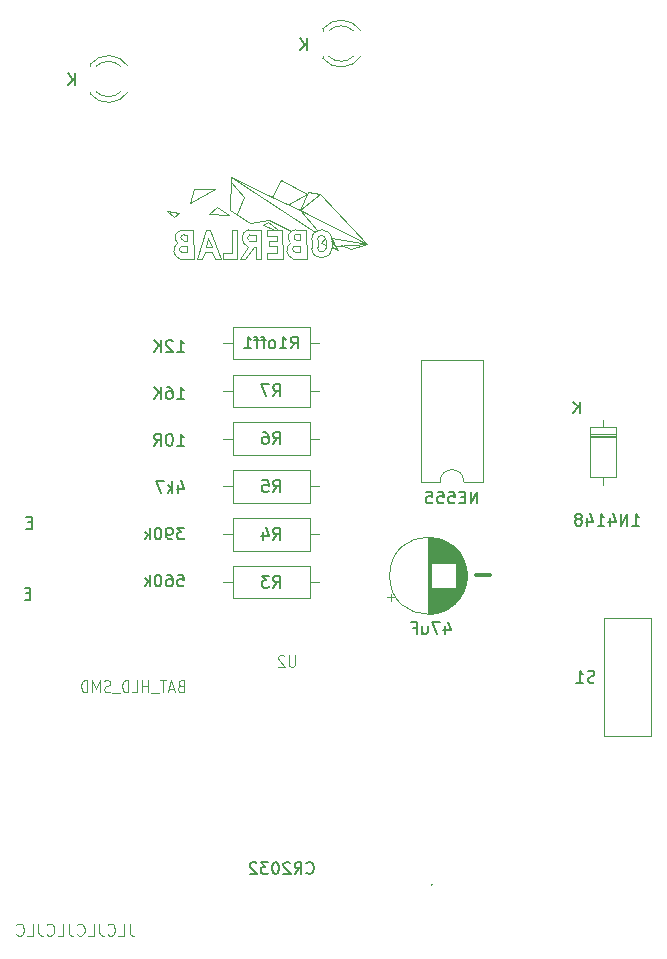
<source format=gbr>
%TF.GenerationSoftware,KiCad,Pcbnew,9.0.6*%
%TF.CreationDate,2025-11-30T13:40:04+01:00*%
%TF.ProjectId,Pinguin,50696e67-7569-46e2-9e6b-696361645f70,rev?*%
%TF.SameCoordinates,Original*%
%TF.FileFunction,Legend,Bot*%
%TF.FilePolarity,Positive*%
%FSLAX46Y46*%
G04 Gerber Fmt 4.6, Leading zero omitted, Abs format (unit mm)*
G04 Created by KiCad (PCBNEW 9.0.6) date 2025-11-30 13:40:04*
%MOMM*%
%LPD*%
G01*
G04 APERTURE LIST*
%ADD10C,0.150000*%
%ADD11C,0.300000*%
%ADD12C,0.100000*%
%ADD13C,0.050000*%
%ADD14C,0.120000*%
%ADD15C,0.010000*%
G04 APERTURE END LIST*
D10*
X85661904Y-68970180D02*
X85661904Y-69970180D01*
X85090476Y-68970180D02*
X85519047Y-69541609D01*
X85090476Y-69970180D02*
X85661904Y-69398752D01*
X105336904Y-66045180D02*
X105336904Y-67045180D01*
X104765476Y-66045180D02*
X105194047Y-66616609D01*
X104765476Y-67045180D02*
X105336904Y-66473752D01*
D11*
X120795489Y-111479400D02*
X119652632Y-111479400D01*
D10*
X105291792Y-136699580D02*
X105339411Y-136747200D01*
X105339411Y-136747200D02*
X105482268Y-136794819D01*
X105482268Y-136794819D02*
X105577506Y-136794819D01*
X105577506Y-136794819D02*
X105720363Y-136747200D01*
X105720363Y-136747200D02*
X105815601Y-136651961D01*
X105815601Y-136651961D02*
X105863220Y-136556723D01*
X105863220Y-136556723D02*
X105910839Y-136366247D01*
X105910839Y-136366247D02*
X105910839Y-136223390D01*
X105910839Y-136223390D02*
X105863220Y-136032914D01*
X105863220Y-136032914D02*
X105815601Y-135937676D01*
X105815601Y-135937676D02*
X105720363Y-135842438D01*
X105720363Y-135842438D02*
X105577506Y-135794819D01*
X105577506Y-135794819D02*
X105482268Y-135794819D01*
X105482268Y-135794819D02*
X105339411Y-135842438D01*
X105339411Y-135842438D02*
X105291792Y-135890057D01*
X104291792Y-136794819D02*
X104625125Y-136318628D01*
X104863220Y-136794819D02*
X104863220Y-135794819D01*
X104863220Y-135794819D02*
X104482268Y-135794819D01*
X104482268Y-135794819D02*
X104387030Y-135842438D01*
X104387030Y-135842438D02*
X104339411Y-135890057D01*
X104339411Y-135890057D02*
X104291792Y-135985295D01*
X104291792Y-135985295D02*
X104291792Y-136128152D01*
X104291792Y-136128152D02*
X104339411Y-136223390D01*
X104339411Y-136223390D02*
X104387030Y-136271009D01*
X104387030Y-136271009D02*
X104482268Y-136318628D01*
X104482268Y-136318628D02*
X104863220Y-136318628D01*
X103910839Y-135890057D02*
X103863220Y-135842438D01*
X103863220Y-135842438D02*
X103767982Y-135794819D01*
X103767982Y-135794819D02*
X103529887Y-135794819D01*
X103529887Y-135794819D02*
X103434649Y-135842438D01*
X103434649Y-135842438D02*
X103387030Y-135890057D01*
X103387030Y-135890057D02*
X103339411Y-135985295D01*
X103339411Y-135985295D02*
X103339411Y-136080533D01*
X103339411Y-136080533D02*
X103387030Y-136223390D01*
X103387030Y-136223390D02*
X103958458Y-136794819D01*
X103958458Y-136794819D02*
X103339411Y-136794819D01*
X102720363Y-135794819D02*
X102625125Y-135794819D01*
X102625125Y-135794819D02*
X102529887Y-135842438D01*
X102529887Y-135842438D02*
X102482268Y-135890057D01*
X102482268Y-135890057D02*
X102434649Y-135985295D01*
X102434649Y-135985295D02*
X102387030Y-136175771D01*
X102387030Y-136175771D02*
X102387030Y-136413866D01*
X102387030Y-136413866D02*
X102434649Y-136604342D01*
X102434649Y-136604342D02*
X102482268Y-136699580D01*
X102482268Y-136699580D02*
X102529887Y-136747200D01*
X102529887Y-136747200D02*
X102625125Y-136794819D01*
X102625125Y-136794819D02*
X102720363Y-136794819D01*
X102720363Y-136794819D02*
X102815601Y-136747200D01*
X102815601Y-136747200D02*
X102863220Y-136699580D01*
X102863220Y-136699580D02*
X102910839Y-136604342D01*
X102910839Y-136604342D02*
X102958458Y-136413866D01*
X102958458Y-136413866D02*
X102958458Y-136175771D01*
X102958458Y-136175771D02*
X102910839Y-135985295D01*
X102910839Y-135985295D02*
X102863220Y-135890057D01*
X102863220Y-135890057D02*
X102815601Y-135842438D01*
X102815601Y-135842438D02*
X102720363Y-135794819D01*
X102053696Y-135794819D02*
X101434649Y-135794819D01*
X101434649Y-135794819D02*
X101767982Y-136175771D01*
X101767982Y-136175771D02*
X101625125Y-136175771D01*
X101625125Y-136175771D02*
X101529887Y-136223390D01*
X101529887Y-136223390D02*
X101482268Y-136271009D01*
X101482268Y-136271009D02*
X101434649Y-136366247D01*
X101434649Y-136366247D02*
X101434649Y-136604342D01*
X101434649Y-136604342D02*
X101482268Y-136699580D01*
X101482268Y-136699580D02*
X101529887Y-136747200D01*
X101529887Y-136747200D02*
X101625125Y-136794819D01*
X101625125Y-136794819D02*
X101910839Y-136794819D01*
X101910839Y-136794819D02*
X102006077Y-136747200D01*
X102006077Y-136747200D02*
X102053696Y-136699580D01*
X101053696Y-135890057D02*
X101006077Y-135842438D01*
X101006077Y-135842438D02*
X100910839Y-135794819D01*
X100910839Y-135794819D02*
X100672744Y-135794819D01*
X100672744Y-135794819D02*
X100577506Y-135842438D01*
X100577506Y-135842438D02*
X100529887Y-135890057D01*
X100529887Y-135890057D02*
X100482268Y-135985295D01*
X100482268Y-135985295D02*
X100482268Y-136080533D01*
X100482268Y-136080533D02*
X100529887Y-136223390D01*
X100529887Y-136223390D02*
X101101315Y-136794819D01*
X101101315Y-136794819D02*
X100482268Y-136794819D01*
X82013220Y-107046009D02*
X81679887Y-107046009D01*
X81537030Y-107569819D02*
X82013220Y-107569819D01*
X82013220Y-107569819D02*
X82013220Y-106569819D01*
X82013220Y-106569819D02*
X81537030Y-106569819D01*
X81913220Y-113046009D02*
X81579887Y-113046009D01*
X81437030Y-113569819D02*
X81913220Y-113569819D01*
X81913220Y-113569819D02*
X81913220Y-112569819D01*
X81913220Y-112569819D02*
X81437030Y-112569819D01*
D12*
X90310401Y-141022419D02*
X90310401Y-141736704D01*
X90310401Y-141736704D02*
X90358020Y-141879561D01*
X90358020Y-141879561D02*
X90453258Y-141974800D01*
X90453258Y-141974800D02*
X90596115Y-142022419D01*
X90596115Y-142022419D02*
X90691353Y-142022419D01*
X89358020Y-142022419D02*
X89834210Y-142022419D01*
X89834210Y-142022419D02*
X89834210Y-141022419D01*
X88453258Y-141927180D02*
X88500877Y-141974800D01*
X88500877Y-141974800D02*
X88643734Y-142022419D01*
X88643734Y-142022419D02*
X88738972Y-142022419D01*
X88738972Y-142022419D02*
X88881829Y-141974800D01*
X88881829Y-141974800D02*
X88977067Y-141879561D01*
X88977067Y-141879561D02*
X89024686Y-141784323D01*
X89024686Y-141784323D02*
X89072305Y-141593847D01*
X89072305Y-141593847D02*
X89072305Y-141450990D01*
X89072305Y-141450990D02*
X89024686Y-141260514D01*
X89024686Y-141260514D02*
X88977067Y-141165276D01*
X88977067Y-141165276D02*
X88881829Y-141070038D01*
X88881829Y-141070038D02*
X88738972Y-141022419D01*
X88738972Y-141022419D02*
X88643734Y-141022419D01*
X88643734Y-141022419D02*
X88500877Y-141070038D01*
X88500877Y-141070038D02*
X88453258Y-141117657D01*
X87738972Y-141022419D02*
X87738972Y-141736704D01*
X87738972Y-141736704D02*
X87786591Y-141879561D01*
X87786591Y-141879561D02*
X87881829Y-141974800D01*
X87881829Y-141974800D02*
X88024686Y-142022419D01*
X88024686Y-142022419D02*
X88119924Y-142022419D01*
X86786591Y-142022419D02*
X87262781Y-142022419D01*
X87262781Y-142022419D02*
X87262781Y-141022419D01*
X85881829Y-141927180D02*
X85929448Y-141974800D01*
X85929448Y-141974800D02*
X86072305Y-142022419D01*
X86072305Y-142022419D02*
X86167543Y-142022419D01*
X86167543Y-142022419D02*
X86310400Y-141974800D01*
X86310400Y-141974800D02*
X86405638Y-141879561D01*
X86405638Y-141879561D02*
X86453257Y-141784323D01*
X86453257Y-141784323D02*
X86500876Y-141593847D01*
X86500876Y-141593847D02*
X86500876Y-141450990D01*
X86500876Y-141450990D02*
X86453257Y-141260514D01*
X86453257Y-141260514D02*
X86405638Y-141165276D01*
X86405638Y-141165276D02*
X86310400Y-141070038D01*
X86310400Y-141070038D02*
X86167543Y-141022419D01*
X86167543Y-141022419D02*
X86072305Y-141022419D01*
X86072305Y-141022419D02*
X85929448Y-141070038D01*
X85929448Y-141070038D02*
X85881829Y-141117657D01*
X85167543Y-141022419D02*
X85167543Y-141736704D01*
X85167543Y-141736704D02*
X85215162Y-141879561D01*
X85215162Y-141879561D02*
X85310400Y-141974800D01*
X85310400Y-141974800D02*
X85453257Y-142022419D01*
X85453257Y-142022419D02*
X85548495Y-142022419D01*
X84215162Y-142022419D02*
X84691352Y-142022419D01*
X84691352Y-142022419D02*
X84691352Y-141022419D01*
X83310400Y-141927180D02*
X83358019Y-141974800D01*
X83358019Y-141974800D02*
X83500876Y-142022419D01*
X83500876Y-142022419D02*
X83596114Y-142022419D01*
X83596114Y-142022419D02*
X83738971Y-141974800D01*
X83738971Y-141974800D02*
X83834209Y-141879561D01*
X83834209Y-141879561D02*
X83881828Y-141784323D01*
X83881828Y-141784323D02*
X83929447Y-141593847D01*
X83929447Y-141593847D02*
X83929447Y-141450990D01*
X83929447Y-141450990D02*
X83881828Y-141260514D01*
X83881828Y-141260514D02*
X83834209Y-141165276D01*
X83834209Y-141165276D02*
X83738971Y-141070038D01*
X83738971Y-141070038D02*
X83596114Y-141022419D01*
X83596114Y-141022419D02*
X83500876Y-141022419D01*
X83500876Y-141022419D02*
X83358019Y-141070038D01*
X83358019Y-141070038D02*
X83310400Y-141117657D01*
X82596114Y-141022419D02*
X82596114Y-141736704D01*
X82596114Y-141736704D02*
X82643733Y-141879561D01*
X82643733Y-141879561D02*
X82738971Y-141974800D01*
X82738971Y-141974800D02*
X82881828Y-142022419D01*
X82881828Y-142022419D02*
X82977066Y-142022419D01*
X81643733Y-142022419D02*
X82119923Y-142022419D01*
X82119923Y-142022419D02*
X82119923Y-141022419D01*
X80738971Y-141927180D02*
X80786590Y-141974800D01*
X80786590Y-141974800D02*
X80929447Y-142022419D01*
X80929447Y-142022419D02*
X81024685Y-142022419D01*
X81024685Y-142022419D02*
X81167542Y-141974800D01*
X81167542Y-141974800D02*
X81262780Y-141879561D01*
X81262780Y-141879561D02*
X81310399Y-141784323D01*
X81310399Y-141784323D02*
X81358018Y-141593847D01*
X81358018Y-141593847D02*
X81358018Y-141450990D01*
X81358018Y-141450990D02*
X81310399Y-141260514D01*
X81310399Y-141260514D02*
X81262780Y-141165276D01*
X81262780Y-141165276D02*
X81167542Y-141070038D01*
X81167542Y-141070038D02*
X81024685Y-141022419D01*
X81024685Y-141022419D02*
X80929447Y-141022419D01*
X80929447Y-141022419D02*
X80786590Y-141070038D01*
X80786590Y-141070038D02*
X80738971Y-141117657D01*
D13*
X104315714Y-118270019D02*
X104315714Y-119079542D01*
X104315714Y-119079542D02*
X104272857Y-119174780D01*
X104272857Y-119174780D02*
X104230000Y-119222400D01*
X104230000Y-119222400D02*
X104144285Y-119270019D01*
X104144285Y-119270019D02*
X103972857Y-119270019D01*
X103972857Y-119270019D02*
X103887142Y-119222400D01*
X103887142Y-119222400D02*
X103844285Y-119174780D01*
X103844285Y-119174780D02*
X103801428Y-119079542D01*
X103801428Y-119079542D02*
X103801428Y-118270019D01*
X103415714Y-118365257D02*
X103372857Y-118317638D01*
X103372857Y-118317638D02*
X103287143Y-118270019D01*
X103287143Y-118270019D02*
X103072857Y-118270019D01*
X103072857Y-118270019D02*
X102987143Y-118317638D01*
X102987143Y-118317638D02*
X102944285Y-118365257D01*
X102944285Y-118365257D02*
X102901428Y-118460495D01*
X102901428Y-118460495D02*
X102901428Y-118555733D01*
X102901428Y-118555733D02*
X102944285Y-118698590D01*
X102944285Y-118698590D02*
X103458571Y-119270019D01*
X103458571Y-119270019D02*
X102901428Y-119270019D01*
X94628570Y-120886209D02*
X94499998Y-120933828D01*
X94499998Y-120933828D02*
X94457141Y-120981447D01*
X94457141Y-120981447D02*
X94414284Y-121076685D01*
X94414284Y-121076685D02*
X94414284Y-121219542D01*
X94414284Y-121219542D02*
X94457141Y-121314780D01*
X94457141Y-121314780D02*
X94499998Y-121362400D01*
X94499998Y-121362400D02*
X94585713Y-121410019D01*
X94585713Y-121410019D02*
X94928570Y-121410019D01*
X94928570Y-121410019D02*
X94928570Y-120410019D01*
X94928570Y-120410019D02*
X94628570Y-120410019D01*
X94628570Y-120410019D02*
X94542856Y-120457638D01*
X94542856Y-120457638D02*
X94499998Y-120505257D01*
X94499998Y-120505257D02*
X94457141Y-120600495D01*
X94457141Y-120600495D02*
X94457141Y-120695733D01*
X94457141Y-120695733D02*
X94499998Y-120790971D01*
X94499998Y-120790971D02*
X94542856Y-120838590D01*
X94542856Y-120838590D02*
X94628570Y-120886209D01*
X94628570Y-120886209D02*
X94928570Y-120886209D01*
X94071427Y-121124304D02*
X93642856Y-121124304D01*
X94157141Y-121410019D02*
X93857141Y-120410019D01*
X93857141Y-120410019D02*
X93557141Y-121410019D01*
X93385712Y-120410019D02*
X92871427Y-120410019D01*
X93128569Y-121410019D02*
X93128569Y-120410019D01*
X92785713Y-121505257D02*
X92099998Y-121505257D01*
X91885713Y-121410019D02*
X91885713Y-120410019D01*
X91885713Y-120886209D02*
X91371427Y-120886209D01*
X91371427Y-121410019D02*
X91371427Y-120410019D01*
X90514284Y-121410019D02*
X90942856Y-121410019D01*
X90942856Y-121410019D02*
X90942856Y-120410019D01*
X90214285Y-121410019D02*
X90214285Y-120410019D01*
X90214285Y-120410019D02*
X89999999Y-120410019D01*
X89999999Y-120410019D02*
X89871428Y-120457638D01*
X89871428Y-120457638D02*
X89785713Y-120552876D01*
X89785713Y-120552876D02*
X89742856Y-120648114D01*
X89742856Y-120648114D02*
X89699999Y-120838590D01*
X89699999Y-120838590D02*
X89699999Y-120981447D01*
X89699999Y-120981447D02*
X89742856Y-121171923D01*
X89742856Y-121171923D02*
X89785713Y-121267161D01*
X89785713Y-121267161D02*
X89871428Y-121362400D01*
X89871428Y-121362400D02*
X89999999Y-121410019D01*
X89999999Y-121410019D02*
X90214285Y-121410019D01*
X89528571Y-121505257D02*
X88842856Y-121505257D01*
X88671428Y-121362400D02*
X88542857Y-121410019D01*
X88542857Y-121410019D02*
X88328571Y-121410019D01*
X88328571Y-121410019D02*
X88242857Y-121362400D01*
X88242857Y-121362400D02*
X88199999Y-121314780D01*
X88199999Y-121314780D02*
X88157142Y-121219542D01*
X88157142Y-121219542D02*
X88157142Y-121124304D01*
X88157142Y-121124304D02*
X88199999Y-121029066D01*
X88199999Y-121029066D02*
X88242857Y-120981447D01*
X88242857Y-120981447D02*
X88328571Y-120933828D01*
X88328571Y-120933828D02*
X88499999Y-120886209D01*
X88499999Y-120886209D02*
X88585714Y-120838590D01*
X88585714Y-120838590D02*
X88628571Y-120790971D01*
X88628571Y-120790971D02*
X88671428Y-120695733D01*
X88671428Y-120695733D02*
X88671428Y-120600495D01*
X88671428Y-120600495D02*
X88628571Y-120505257D01*
X88628571Y-120505257D02*
X88585714Y-120457638D01*
X88585714Y-120457638D02*
X88499999Y-120410019D01*
X88499999Y-120410019D02*
X88285714Y-120410019D01*
X88285714Y-120410019D02*
X88157142Y-120457638D01*
X87771428Y-121410019D02*
X87771428Y-120410019D01*
X87771428Y-120410019D02*
X87471428Y-121124304D01*
X87471428Y-121124304D02*
X87171428Y-120410019D01*
X87171428Y-120410019D02*
X87171428Y-121410019D01*
X86742857Y-121410019D02*
X86742857Y-120410019D01*
X86742857Y-120410019D02*
X86528571Y-120410019D01*
X86528571Y-120410019D02*
X86400000Y-120457638D01*
X86400000Y-120457638D02*
X86314285Y-120552876D01*
X86314285Y-120552876D02*
X86271428Y-120648114D01*
X86271428Y-120648114D02*
X86228571Y-120838590D01*
X86228571Y-120838590D02*
X86228571Y-120981447D01*
X86228571Y-120981447D02*
X86271428Y-121171923D01*
X86271428Y-121171923D02*
X86314285Y-121267161D01*
X86314285Y-121267161D02*
X86400000Y-121362400D01*
X86400000Y-121362400D02*
X86528571Y-121410019D01*
X86528571Y-121410019D02*
X86742857Y-121410019D01*
D10*
X119766666Y-105429819D02*
X119766666Y-104429819D01*
X119766666Y-104429819D02*
X119195238Y-105429819D01*
X119195238Y-105429819D02*
X119195238Y-104429819D01*
X118719047Y-104906009D02*
X118385714Y-104906009D01*
X118242857Y-105429819D02*
X118719047Y-105429819D01*
X118719047Y-105429819D02*
X118719047Y-104429819D01*
X118719047Y-104429819D02*
X118242857Y-104429819D01*
X117338095Y-104429819D02*
X117814285Y-104429819D01*
X117814285Y-104429819D02*
X117861904Y-104906009D01*
X117861904Y-104906009D02*
X117814285Y-104858390D01*
X117814285Y-104858390D02*
X117719047Y-104810771D01*
X117719047Y-104810771D02*
X117480952Y-104810771D01*
X117480952Y-104810771D02*
X117385714Y-104858390D01*
X117385714Y-104858390D02*
X117338095Y-104906009D01*
X117338095Y-104906009D02*
X117290476Y-105001247D01*
X117290476Y-105001247D02*
X117290476Y-105239342D01*
X117290476Y-105239342D02*
X117338095Y-105334580D01*
X117338095Y-105334580D02*
X117385714Y-105382200D01*
X117385714Y-105382200D02*
X117480952Y-105429819D01*
X117480952Y-105429819D02*
X117719047Y-105429819D01*
X117719047Y-105429819D02*
X117814285Y-105382200D01*
X117814285Y-105382200D02*
X117861904Y-105334580D01*
X116385714Y-104429819D02*
X116861904Y-104429819D01*
X116861904Y-104429819D02*
X116909523Y-104906009D01*
X116909523Y-104906009D02*
X116861904Y-104858390D01*
X116861904Y-104858390D02*
X116766666Y-104810771D01*
X116766666Y-104810771D02*
X116528571Y-104810771D01*
X116528571Y-104810771D02*
X116433333Y-104858390D01*
X116433333Y-104858390D02*
X116385714Y-104906009D01*
X116385714Y-104906009D02*
X116338095Y-105001247D01*
X116338095Y-105001247D02*
X116338095Y-105239342D01*
X116338095Y-105239342D02*
X116385714Y-105334580D01*
X116385714Y-105334580D02*
X116433333Y-105382200D01*
X116433333Y-105382200D02*
X116528571Y-105429819D01*
X116528571Y-105429819D02*
X116766666Y-105429819D01*
X116766666Y-105429819D02*
X116861904Y-105382200D01*
X116861904Y-105382200D02*
X116909523Y-105334580D01*
X115433333Y-104429819D02*
X115909523Y-104429819D01*
X115909523Y-104429819D02*
X115957142Y-104906009D01*
X115957142Y-104906009D02*
X115909523Y-104858390D01*
X115909523Y-104858390D02*
X115814285Y-104810771D01*
X115814285Y-104810771D02*
X115576190Y-104810771D01*
X115576190Y-104810771D02*
X115480952Y-104858390D01*
X115480952Y-104858390D02*
X115433333Y-104906009D01*
X115433333Y-104906009D02*
X115385714Y-105001247D01*
X115385714Y-105001247D02*
X115385714Y-105239342D01*
X115385714Y-105239342D02*
X115433333Y-105334580D01*
X115433333Y-105334580D02*
X115480952Y-105382200D01*
X115480952Y-105382200D02*
X115576190Y-105429819D01*
X115576190Y-105429819D02*
X115814285Y-105429819D01*
X115814285Y-105429819D02*
X115909523Y-105382200D01*
X115909523Y-105382200D02*
X115957142Y-105334580D01*
X129661904Y-120557200D02*
X129519047Y-120604819D01*
X129519047Y-120604819D02*
X129280952Y-120604819D01*
X129280952Y-120604819D02*
X129185714Y-120557200D01*
X129185714Y-120557200D02*
X129138095Y-120509580D01*
X129138095Y-120509580D02*
X129090476Y-120414342D01*
X129090476Y-120414342D02*
X129090476Y-120319104D01*
X129090476Y-120319104D02*
X129138095Y-120223866D01*
X129138095Y-120223866D02*
X129185714Y-120176247D01*
X129185714Y-120176247D02*
X129280952Y-120128628D01*
X129280952Y-120128628D02*
X129471428Y-120081009D01*
X129471428Y-120081009D02*
X129566666Y-120033390D01*
X129566666Y-120033390D02*
X129614285Y-119985771D01*
X129614285Y-119985771D02*
X129661904Y-119890533D01*
X129661904Y-119890533D02*
X129661904Y-119795295D01*
X129661904Y-119795295D02*
X129614285Y-119700057D01*
X129614285Y-119700057D02*
X129566666Y-119652438D01*
X129566666Y-119652438D02*
X129471428Y-119604819D01*
X129471428Y-119604819D02*
X129233333Y-119604819D01*
X129233333Y-119604819D02*
X129090476Y-119652438D01*
X128138095Y-120604819D02*
X128709523Y-120604819D01*
X128423809Y-120604819D02*
X128423809Y-119604819D01*
X128423809Y-119604819D02*
X128519047Y-119747676D01*
X128519047Y-119747676D02*
X128614285Y-119842914D01*
X128614285Y-119842914D02*
X128709523Y-119890533D01*
X102466666Y-96354819D02*
X102799999Y-95878628D01*
X103038094Y-96354819D02*
X103038094Y-95354819D01*
X103038094Y-95354819D02*
X102657142Y-95354819D01*
X102657142Y-95354819D02*
X102561904Y-95402438D01*
X102561904Y-95402438D02*
X102514285Y-95450057D01*
X102514285Y-95450057D02*
X102466666Y-95545295D01*
X102466666Y-95545295D02*
X102466666Y-95688152D01*
X102466666Y-95688152D02*
X102514285Y-95783390D01*
X102514285Y-95783390D02*
X102561904Y-95831009D01*
X102561904Y-95831009D02*
X102657142Y-95878628D01*
X102657142Y-95878628D02*
X103038094Y-95878628D01*
X102133332Y-95354819D02*
X101466666Y-95354819D01*
X101466666Y-95354819D02*
X101895237Y-96354819D01*
X94340476Y-96574819D02*
X94911904Y-96574819D01*
X94626190Y-96574819D02*
X94626190Y-95574819D01*
X94626190Y-95574819D02*
X94721428Y-95717676D01*
X94721428Y-95717676D02*
X94816666Y-95812914D01*
X94816666Y-95812914D02*
X94911904Y-95860533D01*
X93483333Y-95574819D02*
X93673809Y-95574819D01*
X93673809Y-95574819D02*
X93769047Y-95622438D01*
X93769047Y-95622438D02*
X93816666Y-95670057D01*
X93816666Y-95670057D02*
X93911904Y-95812914D01*
X93911904Y-95812914D02*
X93959523Y-96003390D01*
X93959523Y-96003390D02*
X93959523Y-96384342D01*
X93959523Y-96384342D02*
X93911904Y-96479580D01*
X93911904Y-96479580D02*
X93864285Y-96527200D01*
X93864285Y-96527200D02*
X93769047Y-96574819D01*
X93769047Y-96574819D02*
X93578571Y-96574819D01*
X93578571Y-96574819D02*
X93483333Y-96527200D01*
X93483333Y-96527200D02*
X93435714Y-96479580D01*
X93435714Y-96479580D02*
X93388095Y-96384342D01*
X93388095Y-96384342D02*
X93388095Y-96146247D01*
X93388095Y-96146247D02*
X93435714Y-96051009D01*
X93435714Y-96051009D02*
X93483333Y-96003390D01*
X93483333Y-96003390D02*
X93578571Y-95955771D01*
X93578571Y-95955771D02*
X93769047Y-95955771D01*
X93769047Y-95955771D02*
X93864285Y-96003390D01*
X93864285Y-96003390D02*
X93911904Y-96051009D01*
X93911904Y-96051009D02*
X93959523Y-96146247D01*
X92959523Y-96574819D02*
X92959523Y-95574819D01*
X92388095Y-96574819D02*
X92816666Y-96003390D01*
X92388095Y-95574819D02*
X92959523Y-96146247D01*
X102466666Y-100404819D02*
X102799999Y-99928628D01*
X103038094Y-100404819D02*
X103038094Y-99404819D01*
X103038094Y-99404819D02*
X102657142Y-99404819D01*
X102657142Y-99404819D02*
X102561904Y-99452438D01*
X102561904Y-99452438D02*
X102514285Y-99500057D01*
X102514285Y-99500057D02*
X102466666Y-99595295D01*
X102466666Y-99595295D02*
X102466666Y-99738152D01*
X102466666Y-99738152D02*
X102514285Y-99833390D01*
X102514285Y-99833390D02*
X102561904Y-99881009D01*
X102561904Y-99881009D02*
X102657142Y-99928628D01*
X102657142Y-99928628D02*
X103038094Y-99928628D01*
X101609523Y-99404819D02*
X101799999Y-99404819D01*
X101799999Y-99404819D02*
X101895237Y-99452438D01*
X101895237Y-99452438D02*
X101942856Y-99500057D01*
X101942856Y-99500057D02*
X102038094Y-99642914D01*
X102038094Y-99642914D02*
X102085713Y-99833390D01*
X102085713Y-99833390D02*
X102085713Y-100214342D01*
X102085713Y-100214342D02*
X102038094Y-100309580D01*
X102038094Y-100309580D02*
X101990475Y-100357200D01*
X101990475Y-100357200D02*
X101895237Y-100404819D01*
X101895237Y-100404819D02*
X101704761Y-100404819D01*
X101704761Y-100404819D02*
X101609523Y-100357200D01*
X101609523Y-100357200D02*
X101561904Y-100309580D01*
X101561904Y-100309580D02*
X101514285Y-100214342D01*
X101514285Y-100214342D02*
X101514285Y-99976247D01*
X101514285Y-99976247D02*
X101561904Y-99881009D01*
X101561904Y-99881009D02*
X101609523Y-99833390D01*
X101609523Y-99833390D02*
X101704761Y-99785771D01*
X101704761Y-99785771D02*
X101895237Y-99785771D01*
X101895237Y-99785771D02*
X101990475Y-99833390D01*
X101990475Y-99833390D02*
X102038094Y-99881009D01*
X102038094Y-99881009D02*
X102085713Y-99976247D01*
X94340476Y-100544819D02*
X94911904Y-100544819D01*
X94626190Y-100544819D02*
X94626190Y-99544819D01*
X94626190Y-99544819D02*
X94721428Y-99687676D01*
X94721428Y-99687676D02*
X94816666Y-99782914D01*
X94816666Y-99782914D02*
X94911904Y-99830533D01*
X93721428Y-99544819D02*
X93626190Y-99544819D01*
X93626190Y-99544819D02*
X93530952Y-99592438D01*
X93530952Y-99592438D02*
X93483333Y-99640057D01*
X93483333Y-99640057D02*
X93435714Y-99735295D01*
X93435714Y-99735295D02*
X93388095Y-99925771D01*
X93388095Y-99925771D02*
X93388095Y-100163866D01*
X93388095Y-100163866D02*
X93435714Y-100354342D01*
X93435714Y-100354342D02*
X93483333Y-100449580D01*
X93483333Y-100449580D02*
X93530952Y-100497200D01*
X93530952Y-100497200D02*
X93626190Y-100544819D01*
X93626190Y-100544819D02*
X93721428Y-100544819D01*
X93721428Y-100544819D02*
X93816666Y-100497200D01*
X93816666Y-100497200D02*
X93864285Y-100449580D01*
X93864285Y-100449580D02*
X93911904Y-100354342D01*
X93911904Y-100354342D02*
X93959523Y-100163866D01*
X93959523Y-100163866D02*
X93959523Y-99925771D01*
X93959523Y-99925771D02*
X93911904Y-99735295D01*
X93911904Y-99735295D02*
X93864285Y-99640057D01*
X93864285Y-99640057D02*
X93816666Y-99592438D01*
X93816666Y-99592438D02*
X93721428Y-99544819D01*
X92388095Y-100544819D02*
X92721428Y-100068628D01*
X92959523Y-100544819D02*
X92959523Y-99544819D01*
X92959523Y-99544819D02*
X92578571Y-99544819D01*
X92578571Y-99544819D02*
X92483333Y-99592438D01*
X92483333Y-99592438D02*
X92435714Y-99640057D01*
X92435714Y-99640057D02*
X92388095Y-99735295D01*
X92388095Y-99735295D02*
X92388095Y-99878152D01*
X92388095Y-99878152D02*
X92435714Y-99973390D01*
X92435714Y-99973390D02*
X92483333Y-100021009D01*
X92483333Y-100021009D02*
X92578571Y-100068628D01*
X92578571Y-100068628D02*
X92959523Y-100068628D01*
X102466666Y-104454819D02*
X102799999Y-103978628D01*
X103038094Y-104454819D02*
X103038094Y-103454819D01*
X103038094Y-103454819D02*
X102657142Y-103454819D01*
X102657142Y-103454819D02*
X102561904Y-103502438D01*
X102561904Y-103502438D02*
X102514285Y-103550057D01*
X102514285Y-103550057D02*
X102466666Y-103645295D01*
X102466666Y-103645295D02*
X102466666Y-103788152D01*
X102466666Y-103788152D02*
X102514285Y-103883390D01*
X102514285Y-103883390D02*
X102561904Y-103931009D01*
X102561904Y-103931009D02*
X102657142Y-103978628D01*
X102657142Y-103978628D02*
X103038094Y-103978628D01*
X101561904Y-103454819D02*
X102038094Y-103454819D01*
X102038094Y-103454819D02*
X102085713Y-103931009D01*
X102085713Y-103931009D02*
X102038094Y-103883390D01*
X102038094Y-103883390D02*
X101942856Y-103835771D01*
X101942856Y-103835771D02*
X101704761Y-103835771D01*
X101704761Y-103835771D02*
X101609523Y-103883390D01*
X101609523Y-103883390D02*
X101561904Y-103931009D01*
X101561904Y-103931009D02*
X101514285Y-104026247D01*
X101514285Y-104026247D02*
X101514285Y-104264342D01*
X101514285Y-104264342D02*
X101561904Y-104359580D01*
X101561904Y-104359580D02*
X101609523Y-104407200D01*
X101609523Y-104407200D02*
X101704761Y-104454819D01*
X101704761Y-104454819D02*
X101942856Y-104454819D01*
X101942856Y-104454819D02*
X102038094Y-104407200D01*
X102038094Y-104407200D02*
X102085713Y-104359580D01*
X94435714Y-103848152D02*
X94435714Y-104514819D01*
X94673809Y-103467200D02*
X94911904Y-104181485D01*
X94911904Y-104181485D02*
X94292857Y-104181485D01*
X93911904Y-104514819D02*
X93911904Y-103514819D01*
X93816666Y-104133866D02*
X93530952Y-104514819D01*
X93530952Y-103848152D02*
X93911904Y-104229104D01*
X93197618Y-103514819D02*
X92530952Y-103514819D01*
X92530952Y-103514819D02*
X92959523Y-104514819D01*
X102466666Y-108504819D02*
X102799999Y-108028628D01*
X103038094Y-108504819D02*
X103038094Y-107504819D01*
X103038094Y-107504819D02*
X102657142Y-107504819D01*
X102657142Y-107504819D02*
X102561904Y-107552438D01*
X102561904Y-107552438D02*
X102514285Y-107600057D01*
X102514285Y-107600057D02*
X102466666Y-107695295D01*
X102466666Y-107695295D02*
X102466666Y-107838152D01*
X102466666Y-107838152D02*
X102514285Y-107933390D01*
X102514285Y-107933390D02*
X102561904Y-107981009D01*
X102561904Y-107981009D02*
X102657142Y-108028628D01*
X102657142Y-108028628D02*
X103038094Y-108028628D01*
X101609523Y-107838152D02*
X101609523Y-108504819D01*
X101847618Y-107457200D02*
X102085713Y-108171485D01*
X102085713Y-108171485D02*
X101466666Y-108171485D01*
X94959522Y-107484819D02*
X94340475Y-107484819D01*
X94340475Y-107484819D02*
X94673808Y-107865771D01*
X94673808Y-107865771D02*
X94530951Y-107865771D01*
X94530951Y-107865771D02*
X94435713Y-107913390D01*
X94435713Y-107913390D02*
X94388094Y-107961009D01*
X94388094Y-107961009D02*
X94340475Y-108056247D01*
X94340475Y-108056247D02*
X94340475Y-108294342D01*
X94340475Y-108294342D02*
X94388094Y-108389580D01*
X94388094Y-108389580D02*
X94435713Y-108437200D01*
X94435713Y-108437200D02*
X94530951Y-108484819D01*
X94530951Y-108484819D02*
X94816665Y-108484819D01*
X94816665Y-108484819D02*
X94911903Y-108437200D01*
X94911903Y-108437200D02*
X94959522Y-108389580D01*
X93864284Y-108484819D02*
X93673808Y-108484819D01*
X93673808Y-108484819D02*
X93578570Y-108437200D01*
X93578570Y-108437200D02*
X93530951Y-108389580D01*
X93530951Y-108389580D02*
X93435713Y-108246723D01*
X93435713Y-108246723D02*
X93388094Y-108056247D01*
X93388094Y-108056247D02*
X93388094Y-107675295D01*
X93388094Y-107675295D02*
X93435713Y-107580057D01*
X93435713Y-107580057D02*
X93483332Y-107532438D01*
X93483332Y-107532438D02*
X93578570Y-107484819D01*
X93578570Y-107484819D02*
X93769046Y-107484819D01*
X93769046Y-107484819D02*
X93864284Y-107532438D01*
X93864284Y-107532438D02*
X93911903Y-107580057D01*
X93911903Y-107580057D02*
X93959522Y-107675295D01*
X93959522Y-107675295D02*
X93959522Y-107913390D01*
X93959522Y-107913390D02*
X93911903Y-108008628D01*
X93911903Y-108008628D02*
X93864284Y-108056247D01*
X93864284Y-108056247D02*
X93769046Y-108103866D01*
X93769046Y-108103866D02*
X93578570Y-108103866D01*
X93578570Y-108103866D02*
X93483332Y-108056247D01*
X93483332Y-108056247D02*
X93435713Y-108008628D01*
X93435713Y-108008628D02*
X93388094Y-107913390D01*
X92769046Y-107484819D02*
X92673808Y-107484819D01*
X92673808Y-107484819D02*
X92578570Y-107532438D01*
X92578570Y-107532438D02*
X92530951Y-107580057D01*
X92530951Y-107580057D02*
X92483332Y-107675295D01*
X92483332Y-107675295D02*
X92435713Y-107865771D01*
X92435713Y-107865771D02*
X92435713Y-108103866D01*
X92435713Y-108103866D02*
X92483332Y-108294342D01*
X92483332Y-108294342D02*
X92530951Y-108389580D01*
X92530951Y-108389580D02*
X92578570Y-108437200D01*
X92578570Y-108437200D02*
X92673808Y-108484819D01*
X92673808Y-108484819D02*
X92769046Y-108484819D01*
X92769046Y-108484819D02*
X92864284Y-108437200D01*
X92864284Y-108437200D02*
X92911903Y-108389580D01*
X92911903Y-108389580D02*
X92959522Y-108294342D01*
X92959522Y-108294342D02*
X93007141Y-108103866D01*
X93007141Y-108103866D02*
X93007141Y-107865771D01*
X93007141Y-107865771D02*
X92959522Y-107675295D01*
X92959522Y-107675295D02*
X92911903Y-107580057D01*
X92911903Y-107580057D02*
X92864284Y-107532438D01*
X92864284Y-107532438D02*
X92769046Y-107484819D01*
X92007141Y-108484819D02*
X92007141Y-107484819D01*
X91911903Y-108103866D02*
X91626189Y-108484819D01*
X91626189Y-107818152D02*
X92007141Y-108199104D01*
X102466666Y-112554819D02*
X102799999Y-112078628D01*
X103038094Y-112554819D02*
X103038094Y-111554819D01*
X103038094Y-111554819D02*
X102657142Y-111554819D01*
X102657142Y-111554819D02*
X102561904Y-111602438D01*
X102561904Y-111602438D02*
X102514285Y-111650057D01*
X102514285Y-111650057D02*
X102466666Y-111745295D01*
X102466666Y-111745295D02*
X102466666Y-111888152D01*
X102466666Y-111888152D02*
X102514285Y-111983390D01*
X102514285Y-111983390D02*
X102561904Y-112031009D01*
X102561904Y-112031009D02*
X102657142Y-112078628D01*
X102657142Y-112078628D02*
X103038094Y-112078628D01*
X102133332Y-111554819D02*
X101514285Y-111554819D01*
X101514285Y-111554819D02*
X101847618Y-111935771D01*
X101847618Y-111935771D02*
X101704761Y-111935771D01*
X101704761Y-111935771D02*
X101609523Y-111983390D01*
X101609523Y-111983390D02*
X101561904Y-112031009D01*
X101561904Y-112031009D02*
X101514285Y-112126247D01*
X101514285Y-112126247D02*
X101514285Y-112364342D01*
X101514285Y-112364342D02*
X101561904Y-112459580D01*
X101561904Y-112459580D02*
X101609523Y-112507200D01*
X101609523Y-112507200D02*
X101704761Y-112554819D01*
X101704761Y-112554819D02*
X101990475Y-112554819D01*
X101990475Y-112554819D02*
X102085713Y-112507200D01*
X102085713Y-112507200D02*
X102133332Y-112459580D01*
X94388094Y-111454819D02*
X94864284Y-111454819D01*
X94864284Y-111454819D02*
X94911903Y-111931009D01*
X94911903Y-111931009D02*
X94864284Y-111883390D01*
X94864284Y-111883390D02*
X94769046Y-111835771D01*
X94769046Y-111835771D02*
X94530951Y-111835771D01*
X94530951Y-111835771D02*
X94435713Y-111883390D01*
X94435713Y-111883390D02*
X94388094Y-111931009D01*
X94388094Y-111931009D02*
X94340475Y-112026247D01*
X94340475Y-112026247D02*
X94340475Y-112264342D01*
X94340475Y-112264342D02*
X94388094Y-112359580D01*
X94388094Y-112359580D02*
X94435713Y-112407200D01*
X94435713Y-112407200D02*
X94530951Y-112454819D01*
X94530951Y-112454819D02*
X94769046Y-112454819D01*
X94769046Y-112454819D02*
X94864284Y-112407200D01*
X94864284Y-112407200D02*
X94911903Y-112359580D01*
X93483332Y-111454819D02*
X93673808Y-111454819D01*
X93673808Y-111454819D02*
X93769046Y-111502438D01*
X93769046Y-111502438D02*
X93816665Y-111550057D01*
X93816665Y-111550057D02*
X93911903Y-111692914D01*
X93911903Y-111692914D02*
X93959522Y-111883390D01*
X93959522Y-111883390D02*
X93959522Y-112264342D01*
X93959522Y-112264342D02*
X93911903Y-112359580D01*
X93911903Y-112359580D02*
X93864284Y-112407200D01*
X93864284Y-112407200D02*
X93769046Y-112454819D01*
X93769046Y-112454819D02*
X93578570Y-112454819D01*
X93578570Y-112454819D02*
X93483332Y-112407200D01*
X93483332Y-112407200D02*
X93435713Y-112359580D01*
X93435713Y-112359580D02*
X93388094Y-112264342D01*
X93388094Y-112264342D02*
X93388094Y-112026247D01*
X93388094Y-112026247D02*
X93435713Y-111931009D01*
X93435713Y-111931009D02*
X93483332Y-111883390D01*
X93483332Y-111883390D02*
X93578570Y-111835771D01*
X93578570Y-111835771D02*
X93769046Y-111835771D01*
X93769046Y-111835771D02*
X93864284Y-111883390D01*
X93864284Y-111883390D02*
X93911903Y-111931009D01*
X93911903Y-111931009D02*
X93959522Y-112026247D01*
X92769046Y-111454819D02*
X92673808Y-111454819D01*
X92673808Y-111454819D02*
X92578570Y-111502438D01*
X92578570Y-111502438D02*
X92530951Y-111550057D01*
X92530951Y-111550057D02*
X92483332Y-111645295D01*
X92483332Y-111645295D02*
X92435713Y-111835771D01*
X92435713Y-111835771D02*
X92435713Y-112073866D01*
X92435713Y-112073866D02*
X92483332Y-112264342D01*
X92483332Y-112264342D02*
X92530951Y-112359580D01*
X92530951Y-112359580D02*
X92578570Y-112407200D01*
X92578570Y-112407200D02*
X92673808Y-112454819D01*
X92673808Y-112454819D02*
X92769046Y-112454819D01*
X92769046Y-112454819D02*
X92864284Y-112407200D01*
X92864284Y-112407200D02*
X92911903Y-112359580D01*
X92911903Y-112359580D02*
X92959522Y-112264342D01*
X92959522Y-112264342D02*
X93007141Y-112073866D01*
X93007141Y-112073866D02*
X93007141Y-111835771D01*
X93007141Y-111835771D02*
X92959522Y-111645295D01*
X92959522Y-111645295D02*
X92911903Y-111550057D01*
X92911903Y-111550057D02*
X92864284Y-111502438D01*
X92864284Y-111502438D02*
X92769046Y-111454819D01*
X92007141Y-112454819D02*
X92007141Y-111454819D01*
X91911903Y-112073866D02*
X91626189Y-112454819D01*
X91626189Y-111788152D02*
X92007141Y-112169104D01*
X103966667Y-92304819D02*
X104300000Y-91828628D01*
X104538095Y-92304819D02*
X104538095Y-91304819D01*
X104538095Y-91304819D02*
X104157143Y-91304819D01*
X104157143Y-91304819D02*
X104061905Y-91352438D01*
X104061905Y-91352438D02*
X104014286Y-91400057D01*
X104014286Y-91400057D02*
X103966667Y-91495295D01*
X103966667Y-91495295D02*
X103966667Y-91638152D01*
X103966667Y-91638152D02*
X104014286Y-91733390D01*
X104014286Y-91733390D02*
X104061905Y-91781009D01*
X104061905Y-91781009D02*
X104157143Y-91828628D01*
X104157143Y-91828628D02*
X104538095Y-91828628D01*
X103014286Y-92304819D02*
X103585714Y-92304819D01*
X103300000Y-92304819D02*
X103300000Y-91304819D01*
X103300000Y-91304819D02*
X103395238Y-91447676D01*
X103395238Y-91447676D02*
X103490476Y-91542914D01*
X103490476Y-91542914D02*
X103585714Y-91590533D01*
X102442857Y-92304819D02*
X102538095Y-92257200D01*
X102538095Y-92257200D02*
X102585714Y-92209580D01*
X102585714Y-92209580D02*
X102633333Y-92114342D01*
X102633333Y-92114342D02*
X102633333Y-91828628D01*
X102633333Y-91828628D02*
X102585714Y-91733390D01*
X102585714Y-91733390D02*
X102538095Y-91685771D01*
X102538095Y-91685771D02*
X102442857Y-91638152D01*
X102442857Y-91638152D02*
X102300000Y-91638152D01*
X102300000Y-91638152D02*
X102204762Y-91685771D01*
X102204762Y-91685771D02*
X102157143Y-91733390D01*
X102157143Y-91733390D02*
X102109524Y-91828628D01*
X102109524Y-91828628D02*
X102109524Y-92114342D01*
X102109524Y-92114342D02*
X102157143Y-92209580D01*
X102157143Y-92209580D02*
X102204762Y-92257200D01*
X102204762Y-92257200D02*
X102300000Y-92304819D01*
X102300000Y-92304819D02*
X102442857Y-92304819D01*
X101823809Y-91638152D02*
X101442857Y-91638152D01*
X101680952Y-92304819D02*
X101680952Y-91447676D01*
X101680952Y-91447676D02*
X101633333Y-91352438D01*
X101633333Y-91352438D02*
X101538095Y-91304819D01*
X101538095Y-91304819D02*
X101442857Y-91304819D01*
X101252380Y-91638152D02*
X100871428Y-91638152D01*
X101109523Y-92304819D02*
X101109523Y-91447676D01*
X101109523Y-91447676D02*
X101061904Y-91352438D01*
X101061904Y-91352438D02*
X100966666Y-91304819D01*
X100966666Y-91304819D02*
X100871428Y-91304819D01*
X100014285Y-92304819D02*
X100585713Y-92304819D01*
X100299999Y-92304819D02*
X100299999Y-91304819D01*
X100299999Y-91304819D02*
X100395237Y-91447676D01*
X100395237Y-91447676D02*
X100490475Y-91542914D01*
X100490475Y-91542914D02*
X100585713Y-91590533D01*
X94340476Y-92604819D02*
X94911904Y-92604819D01*
X94626190Y-92604819D02*
X94626190Y-91604819D01*
X94626190Y-91604819D02*
X94721428Y-91747676D01*
X94721428Y-91747676D02*
X94816666Y-91842914D01*
X94816666Y-91842914D02*
X94911904Y-91890533D01*
X93959523Y-91700057D02*
X93911904Y-91652438D01*
X93911904Y-91652438D02*
X93816666Y-91604819D01*
X93816666Y-91604819D02*
X93578571Y-91604819D01*
X93578571Y-91604819D02*
X93483333Y-91652438D01*
X93483333Y-91652438D02*
X93435714Y-91700057D01*
X93435714Y-91700057D02*
X93388095Y-91795295D01*
X93388095Y-91795295D02*
X93388095Y-91890533D01*
X93388095Y-91890533D02*
X93435714Y-92033390D01*
X93435714Y-92033390D02*
X94007142Y-92604819D01*
X94007142Y-92604819D02*
X93388095Y-92604819D01*
X92959523Y-92604819D02*
X92959523Y-91604819D01*
X92388095Y-92604819D02*
X92816666Y-92033390D01*
X92388095Y-91604819D02*
X92959523Y-92176247D01*
X132892857Y-107304819D02*
X133464285Y-107304819D01*
X133178571Y-107304819D02*
X133178571Y-106304819D01*
X133178571Y-106304819D02*
X133273809Y-106447676D01*
X133273809Y-106447676D02*
X133369047Y-106542914D01*
X133369047Y-106542914D02*
X133464285Y-106590533D01*
X132464285Y-107304819D02*
X132464285Y-106304819D01*
X132464285Y-106304819D02*
X131892857Y-107304819D01*
X131892857Y-107304819D02*
X131892857Y-106304819D01*
X130988095Y-106638152D02*
X130988095Y-107304819D01*
X131226190Y-106257200D02*
X131464285Y-106971485D01*
X131464285Y-106971485D02*
X130845238Y-106971485D01*
X129940476Y-107304819D02*
X130511904Y-107304819D01*
X130226190Y-107304819D02*
X130226190Y-106304819D01*
X130226190Y-106304819D02*
X130321428Y-106447676D01*
X130321428Y-106447676D02*
X130416666Y-106542914D01*
X130416666Y-106542914D02*
X130511904Y-106590533D01*
X129083333Y-106638152D02*
X129083333Y-107304819D01*
X129321428Y-106257200D02*
X129559523Y-106971485D01*
X129559523Y-106971485D02*
X128940476Y-106971485D01*
X128416666Y-106733390D02*
X128511904Y-106685771D01*
X128511904Y-106685771D02*
X128559523Y-106638152D01*
X128559523Y-106638152D02*
X128607142Y-106542914D01*
X128607142Y-106542914D02*
X128607142Y-106495295D01*
X128607142Y-106495295D02*
X128559523Y-106400057D01*
X128559523Y-106400057D02*
X128511904Y-106352438D01*
X128511904Y-106352438D02*
X128416666Y-106304819D01*
X128416666Y-106304819D02*
X128226190Y-106304819D01*
X128226190Y-106304819D02*
X128130952Y-106352438D01*
X128130952Y-106352438D02*
X128083333Y-106400057D01*
X128083333Y-106400057D02*
X128035714Y-106495295D01*
X128035714Y-106495295D02*
X128035714Y-106542914D01*
X128035714Y-106542914D02*
X128083333Y-106638152D01*
X128083333Y-106638152D02*
X128130952Y-106685771D01*
X128130952Y-106685771D02*
X128226190Y-106733390D01*
X128226190Y-106733390D02*
X128416666Y-106733390D01*
X128416666Y-106733390D02*
X128511904Y-106781009D01*
X128511904Y-106781009D02*
X128559523Y-106828628D01*
X128559523Y-106828628D02*
X128607142Y-106923866D01*
X128607142Y-106923866D02*
X128607142Y-107114342D01*
X128607142Y-107114342D02*
X128559523Y-107209580D01*
X128559523Y-107209580D02*
X128511904Y-107257200D01*
X128511904Y-107257200D02*
X128416666Y-107304819D01*
X128416666Y-107304819D02*
X128226190Y-107304819D01*
X128226190Y-107304819D02*
X128130952Y-107257200D01*
X128130952Y-107257200D02*
X128083333Y-107209580D01*
X128083333Y-107209580D02*
X128035714Y-107114342D01*
X128035714Y-107114342D02*
X128035714Y-106923866D01*
X128035714Y-106923866D02*
X128083333Y-106828628D01*
X128083333Y-106828628D02*
X128130952Y-106781009D01*
X128130952Y-106781009D02*
X128226190Y-106733390D01*
X128436904Y-97804819D02*
X128436904Y-96804819D01*
X127865476Y-97804819D02*
X128294047Y-97233390D01*
X127865476Y-96804819D02*
X128436904Y-97376247D01*
X117016666Y-115813152D02*
X117016666Y-116479819D01*
X117254761Y-115432200D02*
X117492856Y-116146485D01*
X117492856Y-116146485D02*
X116873809Y-116146485D01*
X116588094Y-115479819D02*
X115921428Y-115479819D01*
X115921428Y-115479819D02*
X116349999Y-116479819D01*
X115111904Y-115813152D02*
X115111904Y-116479819D01*
X115540475Y-115813152D02*
X115540475Y-116336961D01*
X115540475Y-116336961D02*
X115492856Y-116432200D01*
X115492856Y-116432200D02*
X115397618Y-116479819D01*
X115397618Y-116479819D02*
X115254761Y-116479819D01*
X115254761Y-116479819D02*
X115159523Y-116432200D01*
X115159523Y-116432200D02*
X115111904Y-116384580D01*
X114302380Y-115956009D02*
X114635713Y-115956009D01*
X114635713Y-116479819D02*
X114635713Y-115479819D01*
X114635713Y-115479819D02*
X114159523Y-115479819D01*
D13*
%TO.C,G\u002A\u002A\u002A*%
X103150000Y-78025000D02*
X105350000Y-79200000D01*
X105350000Y-79200000D02*
X103775000Y-80100000D01*
X110375000Y-83450000D02*
X109050000Y-83925000D01*
X107475000Y-82975000D02*
X107700000Y-83600000D01*
X107700000Y-83600000D02*
X110375000Y-83450000D01*
X102150000Y-81450000D02*
X103975000Y-82350000D01*
X100475000Y-81675000D02*
X102150000Y-81450000D01*
X98850000Y-80550000D02*
X100475000Y-81675000D01*
X110375000Y-83450000D02*
X106475000Y-79275000D01*
X110375000Y-83450000D02*
X107475000Y-82975000D01*
D14*
X100525000Y-82700000D02*
X100975000Y-82700000D01*
D13*
X102025000Y-81625000D02*
X101625000Y-81900000D01*
X102800000Y-82225000D02*
X102025000Y-81625000D01*
D14*
X101475000Y-82250000D02*
X101475000Y-84700000D01*
X104775000Y-84150000D02*
X104325000Y-84150000D01*
X105275000Y-82250000D02*
X105325000Y-84700000D01*
D13*
X106475000Y-79275000D02*
X105450000Y-79025000D01*
X94050000Y-81175000D02*
X94475000Y-80850000D01*
D14*
X104775000Y-83650000D02*
X104775000Y-84150000D01*
D13*
X93475000Y-80700000D02*
X94050000Y-81175000D01*
D14*
X100125000Y-84700000D02*
X99725000Y-84700000D01*
X101925000Y-84700000D02*
X101925000Y-84200000D01*
X101025000Y-83750000D02*
X100875000Y-83750000D01*
X101475000Y-84700000D02*
X101025000Y-84700000D01*
D13*
X102400000Y-79450000D02*
X98925000Y-77825000D01*
X97700000Y-80325000D02*
X97000000Y-80900000D01*
X102400000Y-79450000D02*
X104725000Y-80600000D01*
X98925000Y-77825000D02*
X98850000Y-80550000D01*
D14*
X95200000Y-84175000D02*
X94750000Y-84175000D01*
X99625000Y-84700000D02*
X100325000Y-83750000D01*
X100975000Y-82700000D02*
X100975000Y-83250000D01*
X95200000Y-83175000D02*
X94900000Y-83175000D01*
D13*
X95775000Y-78800000D02*
X97575000Y-78850000D01*
X106550000Y-83350000D02*
X106925000Y-83525000D01*
X106025000Y-82425000D02*
X98925000Y-77825000D01*
X97575000Y-78850000D02*
X95425000Y-79975000D01*
X107975000Y-83975000D02*
X107400000Y-83175000D01*
X97000000Y-80900000D02*
X98675000Y-81000000D01*
D14*
X95200000Y-82725000D02*
X95200000Y-83175000D01*
X104775000Y-82650000D02*
X104525000Y-82650000D01*
X100975000Y-83250000D02*
X100475000Y-83250000D01*
X102775000Y-84200000D02*
X102775000Y-83650000D01*
X101925000Y-84200000D02*
X102775000Y-84200000D01*
X106225000Y-83100000D02*
X106225000Y-83750000D01*
D13*
X101625000Y-81900000D02*
X102600000Y-82250000D01*
X106475000Y-79275000D02*
X104725000Y-80600000D01*
X106875000Y-82950000D02*
X106550000Y-83350000D01*
D14*
X104375000Y-82263605D02*
X105275000Y-82250000D01*
D13*
X107425000Y-83700000D02*
X107975000Y-83975000D01*
X94475000Y-80850000D02*
X93475000Y-80700000D01*
D14*
X95200000Y-82675000D02*
X94950000Y-82675000D01*
X104774999Y-83645050D02*
X104374999Y-83645050D01*
X94800000Y-82288605D02*
X95700000Y-82275000D01*
D13*
X104725000Y-80600000D02*
X110375000Y-83450000D01*
D14*
X96975000Y-82975000D02*
X97250000Y-83725000D01*
X96750000Y-83725000D02*
X96975000Y-82975000D01*
X103175000Y-84700000D02*
X101925000Y-84700000D01*
X100366269Y-82244594D02*
X101475000Y-82250000D01*
X95199999Y-83670050D02*
X94799999Y-83670050D01*
X95200000Y-83675000D02*
X95200000Y-84175000D01*
X95750000Y-84725000D02*
X94550000Y-84725000D01*
D13*
X109050000Y-83925000D02*
X108225000Y-83575000D01*
D14*
X105325000Y-84700000D02*
X104125000Y-84700000D01*
X106925000Y-83100000D02*
X106925000Y-83800000D01*
D13*
X100025000Y-79450000D02*
X99450000Y-80950000D01*
X98900000Y-78225000D02*
X100025000Y-79450000D01*
X98700000Y-81000000D02*
X97700000Y-80325000D01*
D14*
X95700000Y-82275000D02*
X95750000Y-84725000D01*
D13*
X103150000Y-78025000D02*
X102400000Y-79450000D01*
X105450000Y-79025000D02*
X104725000Y-80600000D01*
X95425000Y-79975000D02*
X95775000Y-78800000D01*
D14*
X101025000Y-84700000D02*
X101025000Y-83750000D01*
X99725000Y-84700000D02*
X99625000Y-84700000D01*
X100875000Y-83750000D02*
X100125000Y-84700000D01*
X98200000Y-84250000D02*
X98200000Y-84700000D01*
X96675000Y-84125000D02*
X96425000Y-84725000D01*
X97525000Y-84725000D02*
X97275000Y-84125000D01*
X102775000Y-82750000D02*
X101925000Y-82750000D01*
X104775000Y-83150000D02*
X104475000Y-83150000D01*
X97250000Y-83725000D02*
X96750000Y-83725000D01*
X101925000Y-82250000D02*
X103225000Y-82250000D01*
X97125000Y-82275000D02*
X98025000Y-84725000D01*
X102775000Y-83650000D02*
X102125000Y-83650000D01*
X101925000Y-82750000D02*
X101925000Y-82250000D01*
X97525000Y-84725000D02*
X98025000Y-84725000D01*
D13*
X104725000Y-80600000D02*
X106200000Y-82325000D01*
D14*
X98975000Y-82250000D02*
X98950000Y-84250000D01*
X99450000Y-84700000D02*
X99425000Y-82250000D01*
X102125000Y-83650000D02*
X102125000Y-83200000D01*
X96425000Y-84725000D02*
X96025000Y-84725000D01*
X96800000Y-82275000D02*
X97125000Y-82275000D01*
X102125000Y-83200000D02*
X102775000Y-83200000D01*
X104775000Y-82700000D02*
X104775000Y-83150000D01*
X102775000Y-83200000D02*
X102775000Y-82750000D01*
X96025000Y-84725000D02*
X96800000Y-82275000D01*
X103275000Y-84700000D02*
X103175000Y-84700000D01*
X103225000Y-82250000D02*
X103275000Y-84700000D01*
X105725000Y-83100000D02*
X105725000Y-83800000D01*
X107425000Y-83800000D02*
X107425000Y-83100000D01*
X99425000Y-82250000D02*
X98975000Y-82250000D01*
D15*
X115922361Y-137695226D02*
X115858542Y-137759045D01*
X115794723Y-137695226D01*
X115858542Y-137631407D01*
X115922361Y-137695226D01*
G36*
X115922361Y-137695226D02*
G01*
X115858542Y-137759045D01*
X115794723Y-137695226D01*
X115858542Y-137631407D01*
X115922361Y-137695226D01*
G37*
D14*
X98200000Y-84700000D02*
X99450000Y-84700000D01*
X98950000Y-84250000D02*
X98200000Y-84250000D01*
X97275000Y-84125000D02*
X96675000Y-84125000D01*
X104475000Y-83150000D02*
G75*
G02*
X104535634Y-82657464I0J250000D01*
G01*
X103925001Y-83349999D02*
G75*
G02*
X104375000Y-82263605I449999J449999D01*
G01*
X105725000Y-83100000D02*
G75*
G02*
X107425000Y-83100000I850000J0D01*
G01*
X104325001Y-84149999D02*
G75*
G02*
X104374999Y-83645050I49999J249999D01*
G01*
X94350001Y-83374999D02*
G75*
G02*
X94800000Y-82288605I449999J449999D01*
G01*
X104125001Y-84699999D02*
G75*
G02*
X103948744Y-83391063I249999J699999D01*
G01*
X94900000Y-83175000D02*
G75*
G02*
X94960634Y-82682464I0J250000D01*
G01*
X94750001Y-84174999D02*
G75*
G02*
X94799999Y-83670050I49999J249999D01*
G01*
X106225000Y-83100000D02*
G75*
G02*
X106925000Y-83100000I350000J0D01*
G01*
X106925000Y-83800000D02*
G75*
G02*
X106225000Y-83800000I-350000J0D01*
G01*
X100475001Y-83249999D02*
G75*
G02*
X100475001Y-82700001I124999J274999D01*
G01*
X94550001Y-84724999D02*
G75*
G02*
X94373744Y-83416063I249999J699999D01*
G01*
X107425000Y-83800000D02*
G75*
G02*
X105725000Y-83800000I-850000J0D01*
G01*
X100350001Y-83699999D02*
G75*
G02*
X100366269Y-82244594I249999J724999D01*
G01*
%TO.C,NE555*%
X114960000Y-103580000D02*
X114960000Y-93300000D01*
X114960000Y-93300000D02*
X120260000Y-93300000D01*
X116610000Y-103580000D02*
X114960000Y-103580000D01*
X120260000Y-103580000D02*
X118610000Y-103580000D01*
X120260000Y-93300000D02*
X120260000Y-103580000D01*
X116610000Y-103580000D02*
G75*
G02*
X118610000Y-103580000I1000000J0D01*
G01*
%TO.C,S1*%
X134456600Y-125087600D02*
X134456600Y-115130800D01*
X130519600Y-125087600D02*
X134456600Y-125113000D01*
X134456600Y-115130800D02*
X130519600Y-115130800D01*
X130519600Y-115130800D02*
X130519600Y-125087600D01*
%TO.C,R7*%
X98260000Y-95900000D02*
X99030000Y-95900000D01*
X106340000Y-95900000D02*
X105570000Y-95900000D01*
X99030000Y-97270000D02*
X105570000Y-97270000D01*
X105570000Y-94530000D01*
X99030000Y-94530000D01*
X99030000Y-97270000D01*
%TO.C,R6*%
X98260000Y-99950000D02*
X99030000Y-99950000D01*
X106340000Y-99950000D02*
X105570000Y-99950000D01*
X99030000Y-101320000D02*
X105570000Y-101320000D01*
X105570000Y-98580000D01*
X99030000Y-98580000D01*
X99030000Y-101320000D01*
%TO.C,R5*%
X98260000Y-104000000D02*
X99030000Y-104000000D01*
X106340000Y-104000000D02*
X105570000Y-104000000D01*
X99030000Y-105370000D02*
X105570000Y-105370000D01*
X105570000Y-102630000D01*
X99030000Y-102630000D01*
X99030000Y-105370000D01*
%TO.C,R4*%
X98260000Y-108050000D02*
X99030000Y-108050000D01*
X106340000Y-108050000D02*
X105570000Y-108050000D01*
X99030000Y-109420000D02*
X105570000Y-109420000D01*
X105570000Y-106680000D01*
X99030000Y-106680000D01*
X99030000Y-109420000D01*
%TO.C,R3*%
X98260000Y-112100000D02*
X99030000Y-112100000D01*
X106340000Y-112100000D02*
X105570000Y-112100000D01*
X99030000Y-113470000D02*
X105570000Y-113470000D01*
X105570000Y-110730000D01*
X99030000Y-110730000D01*
X99030000Y-113470000D01*
%TO.C,R1off1*%
X98260000Y-91850000D02*
X99030000Y-91850000D01*
X106340000Y-91850000D02*
X105570000Y-91850000D01*
X99030000Y-93220000D02*
X105570000Y-93220000D01*
X105570000Y-90480000D01*
X99030000Y-90480000D01*
X99030000Y-93220000D01*
%TO.C,1N4148*%
X130400000Y-98340000D02*
X130400000Y-98990000D01*
X129280000Y-98990000D02*
X131520000Y-98990000D01*
X131520000Y-98990000D02*
X131520000Y-103230000D01*
X129280000Y-99590000D02*
X131520000Y-99590000D01*
X129280000Y-99710000D02*
X131520000Y-99710000D01*
X129280000Y-99830000D02*
X131520000Y-99830000D01*
X129280000Y-103230000D02*
X129280000Y-98990000D01*
X131520000Y-103230000D02*
X129280000Y-103230000D01*
X130400000Y-103880000D02*
X130400000Y-103230000D01*
%TO.C,D2*%
X86960000Y-70736000D02*
X86960000Y-70580000D01*
X86960000Y-68420000D02*
X86960000Y-68264000D01*
X90192335Y-70578608D02*
G75*
G02*
X86960000Y-70735516I-1672335J1078608D01*
G01*
X89561130Y-70579837D02*
G75*
G02*
X87479039Y-70580000I-1041130J1079837D01*
G01*
X87479039Y-68420000D02*
G75*
G02*
X89561130Y-68420163I1040961J-1080000D01*
G01*
X86960000Y-68264484D02*
G75*
G02*
X90192335Y-68421392I1560000J-1235516D01*
G01*
%TO.C,D1*%
X106660000Y-67736000D02*
X106660000Y-67580000D01*
X106660000Y-65420000D02*
X106660000Y-65264000D01*
X109892335Y-67578608D02*
G75*
G02*
X106660000Y-67735516I-1672335J1078608D01*
G01*
X109261130Y-67579837D02*
G75*
G02*
X107179039Y-67580000I-1041130J1079837D01*
G01*
X107179039Y-65420000D02*
G75*
G02*
X109261130Y-65420163I1040961J-1080000D01*
G01*
X106660000Y-65264484D02*
G75*
G02*
X109892335Y-65421392I1560000J-1235516D01*
G01*
%TO.C,C1*%
X112099759Y-113389000D02*
X112729759Y-113389000D01*
X112414759Y-113704000D02*
X112414759Y-113074000D01*
X115600000Y-114780000D02*
X115600000Y-108320000D01*
X115640000Y-114780000D02*
X115640000Y-108320000D01*
X115680000Y-114779000D02*
X115680000Y-108321000D01*
X115720000Y-114778000D02*
X115720000Y-108322000D01*
X115760000Y-114776000D02*
X115760000Y-108324000D01*
X115800000Y-114774000D02*
X115800000Y-108326000D01*
X115840000Y-114771000D02*
X115840000Y-112590000D01*
X115840000Y-110510000D02*
X115840000Y-108329000D01*
X115880000Y-114768000D02*
X115880000Y-112590000D01*
X115880000Y-110510000D02*
X115880000Y-108332000D01*
X115920000Y-114764000D02*
X115920000Y-112590000D01*
X115920000Y-110510000D02*
X115920000Y-108336000D01*
X115960000Y-114760000D02*
X115960000Y-112590000D01*
X115960000Y-110510000D02*
X115960000Y-108340000D01*
X116000000Y-114755000D02*
X116000000Y-112590000D01*
X116000000Y-110510000D02*
X116000000Y-108345000D01*
X116040000Y-114750000D02*
X116040000Y-112590000D01*
X116040000Y-110510000D02*
X116040000Y-108350000D01*
X116080000Y-114745000D02*
X116080000Y-112590000D01*
X116080000Y-110510000D02*
X116080000Y-108355000D01*
X116120000Y-114738000D02*
X116120000Y-112590000D01*
X116120000Y-110510000D02*
X116120000Y-108362000D01*
X116160000Y-114732000D02*
X116160000Y-112590000D01*
X116160000Y-110510000D02*
X116160000Y-108368000D01*
X116200000Y-114724000D02*
X116200000Y-112590000D01*
X116200000Y-110510000D02*
X116200000Y-108376000D01*
X116240000Y-114717000D02*
X116240000Y-112590000D01*
X116240000Y-110510000D02*
X116240000Y-108383000D01*
X116280000Y-114709000D02*
X116280000Y-112590000D01*
X116280000Y-110510000D02*
X116280000Y-108391000D01*
X116320000Y-114700000D02*
X116320000Y-112590000D01*
X116320000Y-110510000D02*
X116320000Y-108400000D01*
X116360000Y-114690000D02*
X116360000Y-112590000D01*
X116360000Y-110510000D02*
X116360000Y-108410000D01*
X116400000Y-114681000D02*
X116400000Y-112590000D01*
X116400000Y-110510000D02*
X116400000Y-108419000D01*
X116440000Y-114670000D02*
X116440000Y-112590000D01*
X116440000Y-110510000D02*
X116440000Y-108430000D01*
X116480000Y-114659000D02*
X116480000Y-112590000D01*
X116480000Y-110510000D02*
X116480000Y-108441000D01*
X116520000Y-114648000D02*
X116520000Y-112590000D01*
X116520000Y-110510000D02*
X116520000Y-108452000D01*
X116560000Y-114636000D02*
X116560000Y-112590000D01*
X116560000Y-110510000D02*
X116560000Y-108464000D01*
X116600000Y-114623000D02*
X116600000Y-112590000D01*
X116600000Y-110510000D02*
X116600000Y-108477000D01*
X116640000Y-114610000D02*
X116640000Y-112590000D01*
X116640000Y-110510000D02*
X116640000Y-108490000D01*
X116680000Y-114597000D02*
X116680000Y-112590000D01*
X116680000Y-110510000D02*
X116680000Y-108503000D01*
X116720000Y-114582000D02*
X116720000Y-112590000D01*
X116720000Y-110510000D02*
X116720000Y-108518000D01*
X116760000Y-114567000D02*
X116760000Y-112590000D01*
X116760000Y-110510000D02*
X116760000Y-108533000D01*
X116800000Y-114552000D02*
X116800000Y-112590000D01*
X116800000Y-110510000D02*
X116800000Y-108548000D01*
X116840000Y-114536000D02*
X116840000Y-112590000D01*
X116840000Y-110510000D02*
X116840000Y-108564000D01*
X116880000Y-114519000D02*
X116880000Y-112590000D01*
X116880000Y-110510000D02*
X116880000Y-108581000D01*
X116920000Y-114502000D02*
X116920000Y-112590000D01*
X116920000Y-110510000D02*
X116920000Y-108598000D01*
X116960000Y-114484000D02*
X116960000Y-112590000D01*
X116960000Y-110510000D02*
X116960000Y-108616000D01*
X117000000Y-114465000D02*
X117000000Y-112590000D01*
X117000000Y-110510000D02*
X117000000Y-108635000D01*
X117040000Y-114446000D02*
X117040000Y-112590000D01*
X117040000Y-110510000D02*
X117040000Y-108654000D01*
X117080000Y-114426000D02*
X117080000Y-112590000D01*
X117080000Y-110510000D02*
X117080000Y-108674000D01*
X117120000Y-114405000D02*
X117120000Y-112590000D01*
X117120000Y-110510000D02*
X117120000Y-108695000D01*
X117160000Y-114384000D02*
X117160000Y-112590000D01*
X117160000Y-110510000D02*
X117160000Y-108716000D01*
X117200000Y-114362000D02*
X117200000Y-112590000D01*
X117200000Y-110510000D02*
X117200000Y-108738000D01*
X117240000Y-114339000D02*
X117240000Y-112590000D01*
X117240000Y-110510000D02*
X117240000Y-108761000D01*
X117280000Y-114315000D02*
X117280000Y-112590000D01*
X117280000Y-110510000D02*
X117280000Y-108785000D01*
X117320000Y-114291000D02*
X117320000Y-112590000D01*
X117320000Y-110510000D02*
X117320000Y-108809000D01*
X117360000Y-114266000D02*
X117360000Y-112590000D01*
X117360000Y-110510000D02*
X117360000Y-108834000D01*
X117400000Y-114240000D02*
X117400000Y-112590000D01*
X117400000Y-110510000D02*
X117400000Y-108860000D01*
X117440000Y-114213000D02*
X117440000Y-112590000D01*
X117440000Y-110510000D02*
X117440000Y-108887000D01*
X117480000Y-114186000D02*
X117480000Y-112590000D01*
X117480000Y-110510000D02*
X117480000Y-108914000D01*
X117520000Y-114157000D02*
X117520000Y-112590000D01*
X117520000Y-110510000D02*
X117520000Y-108943000D01*
X117560000Y-114127000D02*
X117560000Y-112590000D01*
X117560000Y-110510000D02*
X117560000Y-108973000D01*
X117600000Y-114097000D02*
X117600000Y-112590000D01*
X117600000Y-110510000D02*
X117600000Y-109003000D01*
X117640000Y-114066000D02*
X117640000Y-112590000D01*
X117640000Y-110510000D02*
X117640000Y-109034000D01*
X117680000Y-114033000D02*
X117680000Y-112590000D01*
X117680000Y-110510000D02*
X117680000Y-109067000D01*
X117720000Y-114000000D02*
X117720000Y-112590000D01*
X117720000Y-110510000D02*
X117720000Y-109100000D01*
X117760000Y-113965000D02*
X117760000Y-112590000D01*
X117760000Y-110510000D02*
X117760000Y-109135000D01*
X117800000Y-113929000D02*
X117800000Y-112590000D01*
X117800000Y-110510000D02*
X117800000Y-109171000D01*
X117840000Y-113892000D02*
X117840000Y-112590000D01*
X117840000Y-110510000D02*
X117840000Y-109208000D01*
X117880000Y-113854000D02*
X117880000Y-112590000D01*
X117880000Y-110510000D02*
X117880000Y-109246000D01*
X117920000Y-113814000D02*
X117920000Y-109286000D01*
X117960000Y-113773000D02*
X117960000Y-109327000D01*
X118000000Y-113731000D02*
X118000000Y-109369000D01*
X118040000Y-113687000D02*
X118040000Y-109413000D01*
X118080000Y-113641000D02*
X118080000Y-109459000D01*
X118120000Y-113594000D02*
X118120000Y-109506000D01*
X118160000Y-113545000D02*
X118160000Y-109555000D01*
X118200000Y-113493000D02*
X118200000Y-109607000D01*
X118240000Y-113440000D02*
X118240000Y-109660000D01*
X118280000Y-113384000D02*
X118280000Y-109716000D01*
X118320000Y-113325000D02*
X118320000Y-109775000D01*
X118360000Y-113264000D02*
X118360000Y-109836000D01*
X118400000Y-113199000D02*
X118400000Y-109901000D01*
X118440000Y-113131000D02*
X118440000Y-109969000D01*
X118480000Y-113059000D02*
X118480000Y-110041000D01*
X118520000Y-112982000D02*
X118520000Y-110118000D01*
X118560000Y-112900000D02*
X118560000Y-110200000D01*
X118600000Y-112811000D02*
X118600000Y-110289000D01*
X118640000Y-112715000D02*
X118640000Y-110385000D01*
X118680000Y-112608000D02*
X118680000Y-110492000D01*
X118720000Y-112489000D02*
X118720000Y-110611000D01*
X118760000Y-112351000D02*
X118760000Y-110749000D01*
X118800000Y-112183000D02*
X118800000Y-110917000D01*
X118840000Y-111952000D02*
X118840000Y-111148000D01*
X118870000Y-111550000D02*
G75*
G02*
X112330000Y-111550000I-3270000J0D01*
G01*
X112330000Y-111550000D02*
G75*
G02*
X118870000Y-111550000I3270000J0D01*
G01*
%TD*%
M02*

</source>
